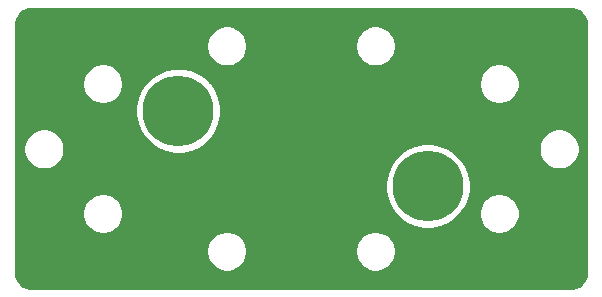
<source format=gtl>
G04 #@! TF.GenerationSoftware,KiCad,Pcbnew,(5.1.12)-1*
G04 #@! TF.CreationDate,2022-04-03T11:03:18+08:00*
G04 #@! TF.ProjectId,Nozzle,4e6f7a7a-6c65-42e6-9b69-6361645f7063,Gen3.1b*
G04 #@! TF.SameCoordinates,Original*
G04 #@! TF.FileFunction,Copper,L1,Top*
G04 #@! TF.FilePolarity,Positive*
%FSLAX46Y46*%
G04 Gerber Fmt 4.6, Leading zero omitted, Abs format (unit mm)*
G04 Created by KiCad (PCBNEW (5.1.12)-1) date 2022-04-03 11:03:18*
%MOMM*%
%LPD*%
G01*
G04 APERTURE LIST*
G04 #@! TA.AperFunction,ComponentPad*
%ADD10C,6.000000*%
G04 #@! TD*
G04 #@! TA.AperFunction,NonConductor*
%ADD11C,0.254000*%
G04 #@! TD*
G04 #@! TA.AperFunction,NonConductor*
%ADD12C,0.100000*%
G04 #@! TD*
G04 APERTURE END LIST*
D10*
X148869400Y-122580400D03*
X127736600Y-116205000D03*
D11*
X161182229Y-107595704D02*
X161432836Y-107671366D01*
X161663973Y-107794265D01*
X161866839Y-107959718D01*
X162033703Y-108161421D01*
X162158212Y-108391696D01*
X162235623Y-108641771D01*
X162266189Y-108932591D01*
X162271723Y-129866934D01*
X162242955Y-130160328D01*
X162167100Y-130411574D01*
X162043886Y-130643305D01*
X161878014Y-130846684D01*
X161675793Y-131013976D01*
X161444932Y-131138802D01*
X161194217Y-131216412D01*
X160903050Y-131247015D01*
X155900298Y-131247015D01*
X155900288Y-131247016D01*
X115363205Y-131247014D01*
X115071269Y-131218389D01*
X114821497Y-131142979D01*
X114591131Y-131020492D01*
X114388946Y-130855593D01*
X114222640Y-130654562D01*
X114098547Y-130425057D01*
X114021397Y-130175827D01*
X113990927Y-129885919D01*
X113990927Y-127934017D01*
X130103700Y-127934017D01*
X130103700Y-128275783D01*
X130170375Y-128610981D01*
X130301163Y-128926731D01*
X130491037Y-129210898D01*
X130732702Y-129452563D01*
X131016869Y-129642437D01*
X131332619Y-129773225D01*
X131667817Y-129839900D01*
X132009583Y-129839900D01*
X132344781Y-129773225D01*
X132660531Y-129642437D01*
X132944698Y-129452563D01*
X133186363Y-129210898D01*
X133376237Y-128926731D01*
X133507025Y-128610981D01*
X133573700Y-128275783D01*
X133573700Y-127934017D01*
X142702100Y-127934017D01*
X142702100Y-128275783D01*
X142768775Y-128610981D01*
X142899563Y-128926731D01*
X143089437Y-129210898D01*
X143331102Y-129452563D01*
X143615269Y-129642437D01*
X143931019Y-129773225D01*
X144266217Y-129839900D01*
X144607983Y-129839900D01*
X144943181Y-129773225D01*
X145258931Y-129642437D01*
X145543098Y-129452563D01*
X145784763Y-129210898D01*
X145974637Y-128926731D01*
X146105425Y-128610981D01*
X146172100Y-128275783D01*
X146172100Y-127934017D01*
X146105425Y-127598819D01*
X145974637Y-127283069D01*
X145784763Y-126998902D01*
X145543098Y-126757237D01*
X145258931Y-126567363D01*
X144943181Y-126436575D01*
X144607983Y-126369900D01*
X144266217Y-126369900D01*
X143931019Y-126436575D01*
X143615269Y-126567363D01*
X143331102Y-126757237D01*
X143089437Y-126998902D01*
X142899563Y-127283069D01*
X142768775Y-127598819D01*
X142702100Y-127934017D01*
X133573700Y-127934017D01*
X133507025Y-127598819D01*
X133376237Y-127283069D01*
X133186363Y-126998902D01*
X132944698Y-126757237D01*
X132660531Y-126567363D01*
X132344781Y-126436575D01*
X132009583Y-126369900D01*
X131667817Y-126369900D01*
X131332619Y-126436575D01*
X131016869Y-126567363D01*
X130732702Y-126757237D01*
X130491037Y-126998902D01*
X130301163Y-127283069D01*
X130170375Y-127598819D01*
X130103700Y-127934017D01*
X113990927Y-127934017D01*
X113990927Y-124733617D01*
X119600800Y-124733617D01*
X119600800Y-125075383D01*
X119667475Y-125410581D01*
X119798263Y-125726331D01*
X119988137Y-126010498D01*
X120229802Y-126252163D01*
X120513969Y-126442037D01*
X120829719Y-126572825D01*
X121164917Y-126639500D01*
X121506683Y-126639500D01*
X121841881Y-126572825D01*
X122157631Y-126442037D01*
X122441798Y-126252163D01*
X122683463Y-126010498D01*
X122873337Y-125726331D01*
X123004125Y-125410581D01*
X123070800Y-125075383D01*
X123070800Y-124733617D01*
X123004125Y-124398419D01*
X122873337Y-124082669D01*
X122683463Y-123798502D01*
X122441798Y-123556837D01*
X122157631Y-123366963D01*
X121841881Y-123236175D01*
X121506683Y-123169500D01*
X121164917Y-123169500D01*
X120829719Y-123236175D01*
X120513969Y-123366963D01*
X120229802Y-123556837D01*
X119988137Y-123798502D01*
X119798263Y-124082669D01*
X119667475Y-124398419D01*
X119600800Y-124733617D01*
X113990927Y-124733617D01*
X113990927Y-122222384D01*
X145234400Y-122222384D01*
X145234400Y-122938416D01*
X145374091Y-123640690D01*
X145648105Y-124302218D01*
X146045911Y-124897577D01*
X146552223Y-125403889D01*
X147147582Y-125801695D01*
X147809110Y-126075709D01*
X148511384Y-126215400D01*
X149227416Y-126215400D01*
X149929690Y-126075709D01*
X150591218Y-125801695D01*
X151186577Y-125403889D01*
X151692889Y-124897577D01*
X151802443Y-124733617D01*
X153192300Y-124733617D01*
X153192300Y-125075383D01*
X153258975Y-125410581D01*
X153389763Y-125726331D01*
X153579637Y-126010498D01*
X153821302Y-126252163D01*
X154105469Y-126442037D01*
X154421219Y-126572825D01*
X154756417Y-126639500D01*
X155098183Y-126639500D01*
X155433381Y-126572825D01*
X155749131Y-126442037D01*
X156033298Y-126252163D01*
X156274963Y-126010498D01*
X156464837Y-125726331D01*
X156595625Y-125410581D01*
X156662300Y-125075383D01*
X156662300Y-124733617D01*
X156595625Y-124398419D01*
X156464837Y-124082669D01*
X156274963Y-123798502D01*
X156033298Y-123556837D01*
X155749131Y-123366963D01*
X155433381Y-123236175D01*
X155098183Y-123169500D01*
X154756417Y-123169500D01*
X154421219Y-123236175D01*
X154105469Y-123366963D01*
X153821302Y-123556837D01*
X153579637Y-123798502D01*
X153389763Y-124082669D01*
X153258975Y-124398419D01*
X153192300Y-124733617D01*
X151802443Y-124733617D01*
X152090695Y-124302218D01*
X152364709Y-123640690D01*
X152504400Y-122938416D01*
X152504400Y-122222384D01*
X152364709Y-121520110D01*
X152090695Y-120858582D01*
X151692889Y-120263223D01*
X151186577Y-119756911D01*
X150591218Y-119359105D01*
X150351758Y-119259917D01*
X158246900Y-119259917D01*
X158246900Y-119601683D01*
X158313575Y-119936881D01*
X158444363Y-120252631D01*
X158634237Y-120536798D01*
X158875902Y-120778463D01*
X159160069Y-120968337D01*
X159475819Y-121099125D01*
X159811017Y-121165800D01*
X160152783Y-121165800D01*
X160487981Y-121099125D01*
X160803731Y-120968337D01*
X161087898Y-120778463D01*
X161329563Y-120536798D01*
X161519437Y-120252631D01*
X161650225Y-119936881D01*
X161716900Y-119601683D01*
X161716900Y-119259917D01*
X161650225Y-118924719D01*
X161519437Y-118608969D01*
X161329563Y-118324802D01*
X161087898Y-118083137D01*
X160803731Y-117893263D01*
X160487981Y-117762475D01*
X160152783Y-117695800D01*
X159811017Y-117695800D01*
X159475819Y-117762475D01*
X159160069Y-117893263D01*
X158875902Y-118083137D01*
X158634237Y-118324802D01*
X158444363Y-118608969D01*
X158313575Y-118924719D01*
X158246900Y-119259917D01*
X150351758Y-119259917D01*
X149929690Y-119085091D01*
X149227416Y-118945400D01*
X148511384Y-118945400D01*
X147809110Y-119085091D01*
X147147582Y-119359105D01*
X146552223Y-119756911D01*
X146045911Y-120263223D01*
X145648105Y-120858582D01*
X145374091Y-121520110D01*
X145234400Y-122222384D01*
X113990927Y-122222384D01*
X113990926Y-119259917D01*
X114635100Y-119259917D01*
X114635100Y-119601683D01*
X114701775Y-119936881D01*
X114832563Y-120252631D01*
X115022437Y-120536798D01*
X115264102Y-120778463D01*
X115548269Y-120968337D01*
X115864019Y-121099125D01*
X116199217Y-121165800D01*
X116540983Y-121165800D01*
X116876181Y-121099125D01*
X117191931Y-120968337D01*
X117476098Y-120778463D01*
X117717763Y-120536798D01*
X117907637Y-120252631D01*
X118038425Y-119936881D01*
X118105100Y-119601683D01*
X118105100Y-119259917D01*
X118038425Y-118924719D01*
X117907637Y-118608969D01*
X117717763Y-118324802D01*
X117476098Y-118083137D01*
X117191931Y-117893263D01*
X116876181Y-117762475D01*
X116540983Y-117695800D01*
X116199217Y-117695800D01*
X115864019Y-117762475D01*
X115548269Y-117893263D01*
X115264102Y-118083137D01*
X115022437Y-118324802D01*
X114832563Y-118608969D01*
X114701775Y-118924719D01*
X114635100Y-119259917D01*
X113990926Y-119259917D01*
X113990926Y-115846984D01*
X124101600Y-115846984D01*
X124101600Y-116563016D01*
X124241291Y-117265290D01*
X124515305Y-117926818D01*
X124913111Y-118522177D01*
X125419423Y-119028489D01*
X126014782Y-119426295D01*
X126676310Y-119700309D01*
X127378584Y-119840000D01*
X128094616Y-119840000D01*
X128796890Y-119700309D01*
X129458418Y-119426295D01*
X130053777Y-119028489D01*
X130560089Y-118522177D01*
X130957895Y-117926818D01*
X131231909Y-117265290D01*
X131371600Y-116563016D01*
X131371600Y-115846984D01*
X131231909Y-115144710D01*
X130957895Y-114483182D01*
X130560089Y-113887823D01*
X130407683Y-113735417D01*
X153192300Y-113735417D01*
X153192300Y-114077183D01*
X153258975Y-114412381D01*
X153389763Y-114728131D01*
X153579637Y-115012298D01*
X153821302Y-115253963D01*
X154105469Y-115443837D01*
X154421219Y-115574625D01*
X154756417Y-115641300D01*
X155098183Y-115641300D01*
X155433381Y-115574625D01*
X155749131Y-115443837D01*
X156033298Y-115253963D01*
X156274963Y-115012298D01*
X156464837Y-114728131D01*
X156595625Y-114412381D01*
X156662300Y-114077183D01*
X156662300Y-113735417D01*
X156595625Y-113400219D01*
X156464837Y-113084469D01*
X156274963Y-112800302D01*
X156033298Y-112558637D01*
X155749131Y-112368763D01*
X155433381Y-112237975D01*
X155098183Y-112171300D01*
X154756417Y-112171300D01*
X154421219Y-112237975D01*
X154105469Y-112368763D01*
X153821302Y-112558637D01*
X153579637Y-112800302D01*
X153389763Y-113084469D01*
X153258975Y-113400219D01*
X153192300Y-113735417D01*
X130407683Y-113735417D01*
X130053777Y-113381511D01*
X129458418Y-112983705D01*
X128796890Y-112709691D01*
X128094616Y-112570000D01*
X127378584Y-112570000D01*
X126676310Y-112709691D01*
X126014782Y-112983705D01*
X125419423Y-113381511D01*
X124913111Y-113887823D01*
X124515305Y-114483182D01*
X124241291Y-115144710D01*
X124101600Y-115846984D01*
X113990926Y-115846984D01*
X113990926Y-113735417D01*
X119600800Y-113735417D01*
X119600800Y-114077183D01*
X119667475Y-114412381D01*
X119798263Y-114728131D01*
X119988137Y-115012298D01*
X120229802Y-115253963D01*
X120513969Y-115443837D01*
X120829719Y-115574625D01*
X121164917Y-115641300D01*
X121506683Y-115641300D01*
X121841881Y-115574625D01*
X122157631Y-115443837D01*
X122441798Y-115253963D01*
X122683463Y-115012298D01*
X122873337Y-114728131D01*
X123004125Y-114412381D01*
X123070800Y-114077183D01*
X123070800Y-113735417D01*
X123004125Y-113400219D01*
X122873337Y-113084469D01*
X122683463Y-112800302D01*
X122441798Y-112558637D01*
X122157631Y-112368763D01*
X121841881Y-112237975D01*
X121506683Y-112171300D01*
X121164917Y-112171300D01*
X120829719Y-112237975D01*
X120513969Y-112368763D01*
X120229802Y-112558637D01*
X119988137Y-112800302D01*
X119798263Y-113084469D01*
X119667475Y-113400219D01*
X119600800Y-113735417D01*
X113990926Y-113735417D01*
X113990926Y-110535017D01*
X130103700Y-110535017D01*
X130103700Y-110876783D01*
X130170375Y-111211981D01*
X130301163Y-111527731D01*
X130491037Y-111811898D01*
X130732702Y-112053563D01*
X131016869Y-112243437D01*
X131332619Y-112374225D01*
X131667817Y-112440900D01*
X132009583Y-112440900D01*
X132344781Y-112374225D01*
X132660531Y-112243437D01*
X132944698Y-112053563D01*
X133186363Y-111811898D01*
X133376237Y-111527731D01*
X133507025Y-111211981D01*
X133573700Y-110876783D01*
X133573700Y-110535017D01*
X142702100Y-110535017D01*
X142702100Y-110876783D01*
X142768775Y-111211981D01*
X142899563Y-111527731D01*
X143089437Y-111811898D01*
X143331102Y-112053563D01*
X143615269Y-112243437D01*
X143931019Y-112374225D01*
X144266217Y-112440900D01*
X144607983Y-112440900D01*
X144943181Y-112374225D01*
X145258931Y-112243437D01*
X145543098Y-112053563D01*
X145784763Y-111811898D01*
X145974637Y-111527731D01*
X146105425Y-111211981D01*
X146172100Y-110876783D01*
X146172100Y-110535017D01*
X146105425Y-110199819D01*
X145974637Y-109884069D01*
X145784763Y-109599902D01*
X145543098Y-109358237D01*
X145258931Y-109168363D01*
X144943181Y-109037575D01*
X144607983Y-108970900D01*
X144266217Y-108970900D01*
X143931019Y-109037575D01*
X143615269Y-109168363D01*
X143331102Y-109358237D01*
X143089437Y-109599902D01*
X142899563Y-109884069D01*
X142768775Y-110199819D01*
X142702100Y-110535017D01*
X133573700Y-110535017D01*
X133507025Y-110199819D01*
X133376237Y-109884069D01*
X133186363Y-109599902D01*
X132944698Y-109358237D01*
X132660531Y-109168363D01*
X132344781Y-109037575D01*
X132009583Y-108970900D01*
X131667817Y-108970900D01*
X131332619Y-109037575D01*
X131016869Y-109168363D01*
X130732702Y-109358237D01*
X130491037Y-109599902D01*
X130301163Y-109884069D01*
X130170375Y-110199819D01*
X130103700Y-110535017D01*
X113990926Y-110535017D01*
X113990925Y-108939284D01*
X114019551Y-108647336D01*
X114094962Y-108397564D01*
X114217448Y-108167202D01*
X114382347Y-107965016D01*
X114583380Y-107798707D01*
X114812881Y-107674616D01*
X115062122Y-107597463D01*
X115352015Y-107566994D01*
X160889421Y-107566994D01*
X161182229Y-107595704D01*
G04 #@! TA.AperFunction,NonConductor*
D12*
G36*
X161182229Y-107595704D02*
G01*
X161432836Y-107671366D01*
X161663973Y-107794265D01*
X161866839Y-107959718D01*
X162033703Y-108161421D01*
X162158212Y-108391696D01*
X162235623Y-108641771D01*
X162266189Y-108932591D01*
X162271723Y-129866934D01*
X162242955Y-130160328D01*
X162167100Y-130411574D01*
X162043886Y-130643305D01*
X161878014Y-130846684D01*
X161675793Y-131013976D01*
X161444932Y-131138802D01*
X161194217Y-131216412D01*
X160903050Y-131247015D01*
X155900298Y-131247015D01*
X155900288Y-131247016D01*
X115363205Y-131247014D01*
X115071269Y-131218389D01*
X114821497Y-131142979D01*
X114591131Y-131020492D01*
X114388946Y-130855593D01*
X114222640Y-130654562D01*
X114098547Y-130425057D01*
X114021397Y-130175827D01*
X113990927Y-129885919D01*
X113990927Y-127934017D01*
X130103700Y-127934017D01*
X130103700Y-128275783D01*
X130170375Y-128610981D01*
X130301163Y-128926731D01*
X130491037Y-129210898D01*
X130732702Y-129452563D01*
X131016869Y-129642437D01*
X131332619Y-129773225D01*
X131667817Y-129839900D01*
X132009583Y-129839900D01*
X132344781Y-129773225D01*
X132660531Y-129642437D01*
X132944698Y-129452563D01*
X133186363Y-129210898D01*
X133376237Y-128926731D01*
X133507025Y-128610981D01*
X133573700Y-128275783D01*
X133573700Y-127934017D01*
X142702100Y-127934017D01*
X142702100Y-128275783D01*
X142768775Y-128610981D01*
X142899563Y-128926731D01*
X143089437Y-129210898D01*
X143331102Y-129452563D01*
X143615269Y-129642437D01*
X143931019Y-129773225D01*
X144266217Y-129839900D01*
X144607983Y-129839900D01*
X144943181Y-129773225D01*
X145258931Y-129642437D01*
X145543098Y-129452563D01*
X145784763Y-129210898D01*
X145974637Y-128926731D01*
X146105425Y-128610981D01*
X146172100Y-128275783D01*
X146172100Y-127934017D01*
X146105425Y-127598819D01*
X145974637Y-127283069D01*
X145784763Y-126998902D01*
X145543098Y-126757237D01*
X145258931Y-126567363D01*
X144943181Y-126436575D01*
X144607983Y-126369900D01*
X144266217Y-126369900D01*
X143931019Y-126436575D01*
X143615269Y-126567363D01*
X143331102Y-126757237D01*
X143089437Y-126998902D01*
X142899563Y-127283069D01*
X142768775Y-127598819D01*
X142702100Y-127934017D01*
X133573700Y-127934017D01*
X133507025Y-127598819D01*
X133376237Y-127283069D01*
X133186363Y-126998902D01*
X132944698Y-126757237D01*
X132660531Y-126567363D01*
X132344781Y-126436575D01*
X132009583Y-126369900D01*
X131667817Y-126369900D01*
X131332619Y-126436575D01*
X131016869Y-126567363D01*
X130732702Y-126757237D01*
X130491037Y-126998902D01*
X130301163Y-127283069D01*
X130170375Y-127598819D01*
X130103700Y-127934017D01*
X113990927Y-127934017D01*
X113990927Y-124733617D01*
X119600800Y-124733617D01*
X119600800Y-125075383D01*
X119667475Y-125410581D01*
X119798263Y-125726331D01*
X119988137Y-126010498D01*
X120229802Y-126252163D01*
X120513969Y-126442037D01*
X120829719Y-126572825D01*
X121164917Y-126639500D01*
X121506683Y-126639500D01*
X121841881Y-126572825D01*
X122157631Y-126442037D01*
X122441798Y-126252163D01*
X122683463Y-126010498D01*
X122873337Y-125726331D01*
X123004125Y-125410581D01*
X123070800Y-125075383D01*
X123070800Y-124733617D01*
X123004125Y-124398419D01*
X122873337Y-124082669D01*
X122683463Y-123798502D01*
X122441798Y-123556837D01*
X122157631Y-123366963D01*
X121841881Y-123236175D01*
X121506683Y-123169500D01*
X121164917Y-123169500D01*
X120829719Y-123236175D01*
X120513969Y-123366963D01*
X120229802Y-123556837D01*
X119988137Y-123798502D01*
X119798263Y-124082669D01*
X119667475Y-124398419D01*
X119600800Y-124733617D01*
X113990927Y-124733617D01*
X113990927Y-122222384D01*
X145234400Y-122222384D01*
X145234400Y-122938416D01*
X145374091Y-123640690D01*
X145648105Y-124302218D01*
X146045911Y-124897577D01*
X146552223Y-125403889D01*
X147147582Y-125801695D01*
X147809110Y-126075709D01*
X148511384Y-126215400D01*
X149227416Y-126215400D01*
X149929690Y-126075709D01*
X150591218Y-125801695D01*
X151186577Y-125403889D01*
X151692889Y-124897577D01*
X151802443Y-124733617D01*
X153192300Y-124733617D01*
X153192300Y-125075383D01*
X153258975Y-125410581D01*
X153389763Y-125726331D01*
X153579637Y-126010498D01*
X153821302Y-126252163D01*
X154105469Y-126442037D01*
X154421219Y-126572825D01*
X154756417Y-126639500D01*
X155098183Y-126639500D01*
X155433381Y-126572825D01*
X155749131Y-126442037D01*
X156033298Y-126252163D01*
X156274963Y-126010498D01*
X156464837Y-125726331D01*
X156595625Y-125410581D01*
X156662300Y-125075383D01*
X156662300Y-124733617D01*
X156595625Y-124398419D01*
X156464837Y-124082669D01*
X156274963Y-123798502D01*
X156033298Y-123556837D01*
X155749131Y-123366963D01*
X155433381Y-123236175D01*
X155098183Y-123169500D01*
X154756417Y-123169500D01*
X154421219Y-123236175D01*
X154105469Y-123366963D01*
X153821302Y-123556837D01*
X153579637Y-123798502D01*
X153389763Y-124082669D01*
X153258975Y-124398419D01*
X153192300Y-124733617D01*
X151802443Y-124733617D01*
X152090695Y-124302218D01*
X152364709Y-123640690D01*
X152504400Y-122938416D01*
X152504400Y-122222384D01*
X152364709Y-121520110D01*
X152090695Y-120858582D01*
X151692889Y-120263223D01*
X151186577Y-119756911D01*
X150591218Y-119359105D01*
X150351758Y-119259917D01*
X158246900Y-119259917D01*
X158246900Y-119601683D01*
X158313575Y-119936881D01*
X158444363Y-120252631D01*
X158634237Y-120536798D01*
X158875902Y-120778463D01*
X159160069Y-120968337D01*
X159475819Y-121099125D01*
X159811017Y-121165800D01*
X160152783Y-121165800D01*
X160487981Y-121099125D01*
X160803731Y-120968337D01*
X161087898Y-120778463D01*
X161329563Y-120536798D01*
X161519437Y-120252631D01*
X161650225Y-119936881D01*
X161716900Y-119601683D01*
X161716900Y-119259917D01*
X161650225Y-118924719D01*
X161519437Y-118608969D01*
X161329563Y-118324802D01*
X161087898Y-118083137D01*
X160803731Y-117893263D01*
X160487981Y-117762475D01*
X160152783Y-117695800D01*
X159811017Y-117695800D01*
X159475819Y-117762475D01*
X159160069Y-117893263D01*
X158875902Y-118083137D01*
X158634237Y-118324802D01*
X158444363Y-118608969D01*
X158313575Y-118924719D01*
X158246900Y-119259917D01*
X150351758Y-119259917D01*
X149929690Y-119085091D01*
X149227416Y-118945400D01*
X148511384Y-118945400D01*
X147809110Y-119085091D01*
X147147582Y-119359105D01*
X146552223Y-119756911D01*
X146045911Y-120263223D01*
X145648105Y-120858582D01*
X145374091Y-121520110D01*
X145234400Y-122222384D01*
X113990927Y-122222384D01*
X113990926Y-119259917D01*
X114635100Y-119259917D01*
X114635100Y-119601683D01*
X114701775Y-119936881D01*
X114832563Y-120252631D01*
X115022437Y-120536798D01*
X115264102Y-120778463D01*
X115548269Y-120968337D01*
X115864019Y-121099125D01*
X116199217Y-121165800D01*
X116540983Y-121165800D01*
X116876181Y-121099125D01*
X117191931Y-120968337D01*
X117476098Y-120778463D01*
X117717763Y-120536798D01*
X117907637Y-120252631D01*
X118038425Y-119936881D01*
X118105100Y-119601683D01*
X118105100Y-119259917D01*
X118038425Y-118924719D01*
X117907637Y-118608969D01*
X117717763Y-118324802D01*
X117476098Y-118083137D01*
X117191931Y-117893263D01*
X116876181Y-117762475D01*
X116540983Y-117695800D01*
X116199217Y-117695800D01*
X115864019Y-117762475D01*
X115548269Y-117893263D01*
X115264102Y-118083137D01*
X115022437Y-118324802D01*
X114832563Y-118608969D01*
X114701775Y-118924719D01*
X114635100Y-119259917D01*
X113990926Y-119259917D01*
X113990926Y-115846984D01*
X124101600Y-115846984D01*
X124101600Y-116563016D01*
X124241291Y-117265290D01*
X124515305Y-117926818D01*
X124913111Y-118522177D01*
X125419423Y-119028489D01*
X126014782Y-119426295D01*
X126676310Y-119700309D01*
X127378584Y-119840000D01*
X128094616Y-119840000D01*
X128796890Y-119700309D01*
X129458418Y-119426295D01*
X130053777Y-119028489D01*
X130560089Y-118522177D01*
X130957895Y-117926818D01*
X131231909Y-117265290D01*
X131371600Y-116563016D01*
X131371600Y-115846984D01*
X131231909Y-115144710D01*
X130957895Y-114483182D01*
X130560089Y-113887823D01*
X130407683Y-113735417D01*
X153192300Y-113735417D01*
X153192300Y-114077183D01*
X153258975Y-114412381D01*
X153389763Y-114728131D01*
X153579637Y-115012298D01*
X153821302Y-115253963D01*
X154105469Y-115443837D01*
X154421219Y-115574625D01*
X154756417Y-115641300D01*
X155098183Y-115641300D01*
X155433381Y-115574625D01*
X155749131Y-115443837D01*
X156033298Y-115253963D01*
X156274963Y-115012298D01*
X156464837Y-114728131D01*
X156595625Y-114412381D01*
X156662300Y-114077183D01*
X156662300Y-113735417D01*
X156595625Y-113400219D01*
X156464837Y-113084469D01*
X156274963Y-112800302D01*
X156033298Y-112558637D01*
X155749131Y-112368763D01*
X155433381Y-112237975D01*
X155098183Y-112171300D01*
X154756417Y-112171300D01*
X154421219Y-112237975D01*
X154105469Y-112368763D01*
X153821302Y-112558637D01*
X153579637Y-112800302D01*
X153389763Y-113084469D01*
X153258975Y-113400219D01*
X153192300Y-113735417D01*
X130407683Y-113735417D01*
X130053777Y-113381511D01*
X129458418Y-112983705D01*
X128796890Y-112709691D01*
X128094616Y-112570000D01*
X127378584Y-112570000D01*
X126676310Y-112709691D01*
X126014782Y-112983705D01*
X125419423Y-113381511D01*
X124913111Y-113887823D01*
X124515305Y-114483182D01*
X124241291Y-115144710D01*
X124101600Y-115846984D01*
X113990926Y-115846984D01*
X113990926Y-113735417D01*
X119600800Y-113735417D01*
X119600800Y-114077183D01*
X119667475Y-114412381D01*
X119798263Y-114728131D01*
X119988137Y-115012298D01*
X120229802Y-115253963D01*
X120513969Y-115443837D01*
X120829719Y-115574625D01*
X121164917Y-115641300D01*
X121506683Y-115641300D01*
X121841881Y-115574625D01*
X122157631Y-115443837D01*
X122441798Y-115253963D01*
X122683463Y-115012298D01*
X122873337Y-114728131D01*
X123004125Y-114412381D01*
X123070800Y-114077183D01*
X123070800Y-113735417D01*
X123004125Y-113400219D01*
X122873337Y-113084469D01*
X122683463Y-112800302D01*
X122441798Y-112558637D01*
X122157631Y-112368763D01*
X121841881Y-112237975D01*
X121506683Y-112171300D01*
X121164917Y-112171300D01*
X120829719Y-112237975D01*
X120513969Y-112368763D01*
X120229802Y-112558637D01*
X119988137Y-112800302D01*
X119798263Y-113084469D01*
X119667475Y-113400219D01*
X119600800Y-113735417D01*
X113990926Y-113735417D01*
X113990926Y-110535017D01*
X130103700Y-110535017D01*
X130103700Y-110876783D01*
X130170375Y-111211981D01*
X130301163Y-111527731D01*
X130491037Y-111811898D01*
X130732702Y-112053563D01*
X131016869Y-112243437D01*
X131332619Y-112374225D01*
X131667817Y-112440900D01*
X132009583Y-112440900D01*
X132344781Y-112374225D01*
X132660531Y-112243437D01*
X132944698Y-112053563D01*
X133186363Y-111811898D01*
X133376237Y-111527731D01*
X133507025Y-111211981D01*
X133573700Y-110876783D01*
X133573700Y-110535017D01*
X142702100Y-110535017D01*
X142702100Y-110876783D01*
X142768775Y-111211981D01*
X142899563Y-111527731D01*
X143089437Y-111811898D01*
X143331102Y-112053563D01*
X143615269Y-112243437D01*
X143931019Y-112374225D01*
X144266217Y-112440900D01*
X144607983Y-112440900D01*
X144943181Y-112374225D01*
X145258931Y-112243437D01*
X145543098Y-112053563D01*
X145784763Y-111811898D01*
X145974637Y-111527731D01*
X146105425Y-111211981D01*
X146172100Y-110876783D01*
X146172100Y-110535017D01*
X146105425Y-110199819D01*
X145974637Y-109884069D01*
X145784763Y-109599902D01*
X145543098Y-109358237D01*
X145258931Y-109168363D01*
X144943181Y-109037575D01*
X144607983Y-108970900D01*
X144266217Y-108970900D01*
X143931019Y-109037575D01*
X143615269Y-109168363D01*
X143331102Y-109358237D01*
X143089437Y-109599902D01*
X142899563Y-109884069D01*
X142768775Y-110199819D01*
X142702100Y-110535017D01*
X133573700Y-110535017D01*
X133507025Y-110199819D01*
X133376237Y-109884069D01*
X133186363Y-109599902D01*
X132944698Y-109358237D01*
X132660531Y-109168363D01*
X132344781Y-109037575D01*
X132009583Y-108970900D01*
X131667817Y-108970900D01*
X131332619Y-109037575D01*
X131016869Y-109168363D01*
X130732702Y-109358237D01*
X130491037Y-109599902D01*
X130301163Y-109884069D01*
X130170375Y-110199819D01*
X130103700Y-110535017D01*
X113990926Y-110535017D01*
X113990925Y-108939284D01*
X114019551Y-108647336D01*
X114094962Y-108397564D01*
X114217448Y-108167202D01*
X114382347Y-107965016D01*
X114583380Y-107798707D01*
X114812881Y-107674616D01*
X115062122Y-107597463D01*
X115352015Y-107566994D01*
X160889421Y-107566994D01*
X161182229Y-107595704D01*
G37*
G04 #@! TD.AperFunction*
M02*

</source>
